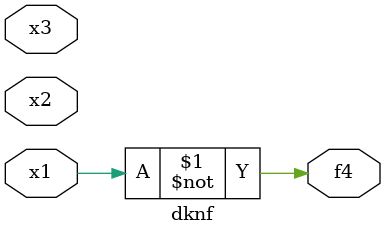
<source format=v>
module dknf(
    input x1, x2, x3,
    output f4
);
    assign f4 = ~x1;  // ???????????? ??????? f4 = ~x1
endmodule

</source>
